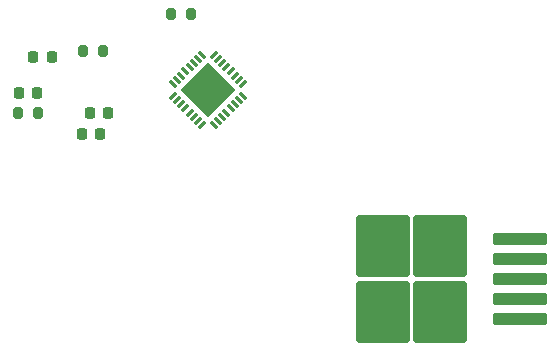
<source format=gbr>
%TF.GenerationSoftware,KiCad,Pcbnew,8.0.1*%
%TF.CreationDate,2025-01-14T19:30:57+01:00*%
%TF.ProjectId,plant caretaker,706c616e-7420-4636-9172-6574616b6572,rev?*%
%TF.SameCoordinates,Original*%
%TF.FileFunction,Paste,Bot*%
%TF.FilePolarity,Positive*%
%FSLAX46Y46*%
G04 Gerber Fmt 4.6, Leading zero omitted, Abs format (unit mm)*
G04 Created by KiCad (PCBNEW 8.0.1) date 2025-01-14 19:30:57*
%MOMM*%
%LPD*%
G01*
G04 APERTURE LIST*
G04 Aperture macros list*
%AMRoundRect*
0 Rectangle with rounded corners*
0 $1 Rounding radius*
0 $2 $3 $4 $5 $6 $7 $8 $9 X,Y pos of 4 corners*
0 Add a 4 corners polygon primitive as box body*
4,1,4,$2,$3,$4,$5,$6,$7,$8,$9,$2,$3,0*
0 Add four circle primitives for the rounded corners*
1,1,$1+$1,$2,$3*
1,1,$1+$1,$4,$5*
1,1,$1+$1,$6,$7*
1,1,$1+$1,$8,$9*
0 Add four rect primitives between the rounded corners*
20,1,$1+$1,$2,$3,$4,$5,0*
20,1,$1+$1,$4,$5,$6,$7,0*
20,1,$1+$1,$6,$7,$8,$9,0*
20,1,$1+$1,$8,$9,$2,$3,0*%
%AMRotRect*
0 Rectangle, with rotation*
0 The origin of the aperture is its center*
0 $1 length*
0 $2 width*
0 $3 Rotation angle, in degrees counterclockwise*
0 Add horizontal line*
21,1,$1,$2,0,0,$3*%
G04 Aperture macros list end*
%ADD10RoundRect,0.200000X0.200000X0.275000X-0.200000X0.275000X-0.200000X-0.275000X0.200000X-0.275000X0*%
%ADD11RoundRect,0.200000X-0.200000X-0.275000X0.200000X-0.275000X0.200000X0.275000X-0.200000X0.275000X0*%
%ADD12RotRect,0.812800X0.304800X315.000000*%
%ADD13RotRect,0.304800X0.812800X315.000000*%
%ADD14RotRect,3.251200X3.251200X315.000000*%
%ADD15RoundRect,0.225000X-0.225000X-0.250000X0.225000X-0.250000X0.225000X0.250000X-0.225000X0.250000X0*%
%ADD16RoundRect,0.225000X0.225000X0.250000X-0.225000X0.250000X-0.225000X-0.250000X0.225000X-0.250000X0*%
%ADD17RoundRect,0.250000X2.050000X0.300000X-2.050000X0.300000X-2.050000X-0.300000X2.050000X-0.300000X0*%
%ADD18RoundRect,0.250000X2.025000X2.375000X-2.025000X2.375000X-2.025000X-2.375000X2.025000X-2.375000X0*%
G04 APERTURE END LIST*
D10*
%TO.C,R9*%
X125075000Y-84125000D03*
X123425000Y-84125000D03*
%TD*%
D11*
%TO.C,R6*%
X117925000Y-89375000D03*
X119575000Y-89375000D03*
%TD*%
D12*
%TO.C,U1*%
X131021449Y-86872106D03*
X131380659Y-86512895D03*
X131721909Y-86171646D03*
X132081119Y-85812435D03*
X132440329Y-85453225D03*
X132799540Y-85094015D03*
X133140789Y-84752765D03*
X133500000Y-84393555D03*
D13*
X134505788Y-84393555D03*
X134864999Y-84752765D03*
X135206248Y-85094015D03*
X135565459Y-85453225D03*
X135924669Y-85812435D03*
X136283879Y-86171646D03*
X136625129Y-86512895D03*
X136984339Y-86872106D03*
D12*
X136984339Y-87877894D03*
X136625129Y-88237105D03*
X136283879Y-88578354D03*
X135924669Y-88937565D03*
X135565459Y-89296775D03*
X135206248Y-89655985D03*
X134864999Y-89997235D03*
X134505788Y-90356445D03*
D13*
X133500000Y-90356445D03*
X133140789Y-89997235D03*
X132799540Y-89655985D03*
X132440329Y-89296775D03*
X132081119Y-88937565D03*
X131721909Y-88578354D03*
X131380659Y-88237105D03*
X131021449Y-87877894D03*
D14*
X134002894Y-87375000D03*
%TD*%
D15*
%TO.C,C23*%
X123325000Y-91125000D03*
X124875000Y-91125000D03*
%TD*%
D16*
%TO.C,C4*%
X120775000Y-84625000D03*
X119225000Y-84625000D03*
%TD*%
D10*
%TO.C,R12*%
X132527894Y-80925000D03*
X130877894Y-80925000D03*
%TD*%
D15*
%TO.C,C10*%
X117975000Y-87625000D03*
X119525000Y-87625000D03*
%TD*%
D17*
%TO.C,U4*%
X160400000Y-99975000D03*
X160400000Y-101675000D03*
X160400000Y-103375000D03*
D18*
X153675000Y-106150000D03*
X153675000Y-100600000D03*
X148825000Y-106150000D03*
X148825000Y-100600000D03*
D17*
X160400000Y-105075000D03*
X160400000Y-106775000D03*
%TD*%
D15*
%TO.C,C24*%
X123975000Y-89375000D03*
X125525000Y-89375000D03*
%TD*%
M02*

</source>
